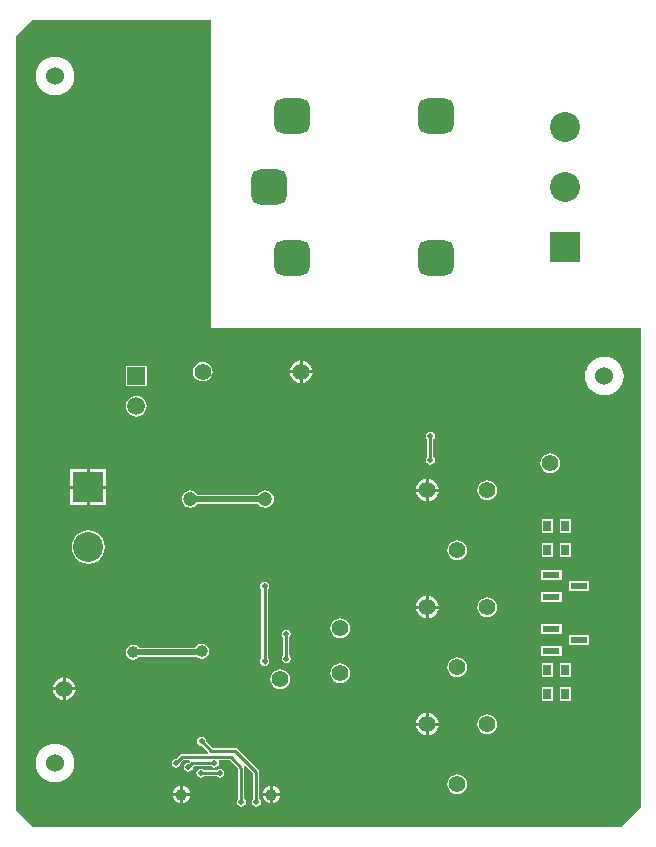
<source format=gbl>
G04*
G04 #@! TF.GenerationSoftware,Altium Limited,Altium Designer,21.6.1 (37)*
G04*
G04 Layer_Physical_Order=2*
G04 Layer_Color=16711680*
%FSLAX25Y25*%
%MOIN*%
G70*
G04*
G04 #@! TF.SameCoordinates,52293247-6156-4BB5-AEA0-72ABDA420298*
G04*
G04*
G04 #@! TF.FilePolarity,Positive*
G04*
G01*
G75*
%ADD10C,0.01000*%
%ADD14C,0.02000*%
%ADD43R,0.02756X0.03543*%
%ADD46C,0.03937*%
%ADD58C,0.05512*%
%ADD59R,0.05906X0.05906*%
%ADD60C,0.05906*%
%ADD61C,0.10000*%
%ADD62R,0.10000X0.10000*%
%ADD63C,0.06000*%
G04:AMPARAMS|DCode=64|XSize=118.11mil|YSize=118.11mil|CornerRadius=29.53mil|HoleSize=0mil|Usage=FLASHONLY|Rotation=0.000|XOffset=0mil|YOffset=0mil|HoleType=Round|Shape=RoundedRectangle|*
%AMROUNDEDRECTD64*
21,1,0.11811,0.05906,0,0,0.0*
21,1,0.05906,0.11811,0,0,0.0*
1,1,0.05906,0.02953,-0.02953*
1,1,0.05906,-0.02953,-0.02953*
1,1,0.05906,-0.02953,0.02953*
1,1,0.05906,0.02953,0.02953*
%
%ADD64ROUNDEDRECTD64*%
%ADD65C,0.04724*%
%ADD66C,0.01968*%
%ADD67R,0.05709X0.02362*%
G36*
X186000Y290000D02*
X329235D01*
X329235Y130482D01*
X322518Y123765D01*
X126301D01*
X120765Y129301D01*
X120765Y387219D01*
X126301Y392755D01*
X186000D01*
Y290000D01*
D02*
G37*
%LPC*%
G36*
X133858Y380436D02*
X132603Y380313D01*
X131395Y379946D01*
X130282Y379352D01*
X129307Y378551D01*
X128507Y377576D01*
X127912Y376463D01*
X127545Y375256D01*
X127422Y374000D01*
X127545Y372744D01*
X127912Y371537D01*
X128507Y370424D01*
X129307Y369449D01*
X130282Y368648D01*
X131395Y368054D01*
X132603Y367687D01*
X133858Y367564D01*
X135114Y367687D01*
X136321Y368054D01*
X137434Y368648D01*
X138410Y369449D01*
X139210Y370424D01*
X139805Y371537D01*
X140171Y372744D01*
X140295Y374000D01*
X140171Y375256D01*
X139805Y376463D01*
X139210Y377576D01*
X138410Y378551D01*
X137434Y379352D01*
X136321Y379946D01*
X135114Y380313D01*
X133858Y380436D01*
D02*
G37*
G36*
X216500Y279222D02*
Y276000D01*
X219723D01*
X219659Y276481D01*
X219281Y277394D01*
X218679Y278179D01*
X217894Y278781D01*
X216981Y279159D01*
X216500Y279222D01*
D02*
G37*
G36*
X215500D02*
X215019Y279159D01*
X214106Y278781D01*
X213321Y278179D01*
X212719Y277394D01*
X212341Y276481D01*
X212278Y276000D01*
X215500D01*
Y279222D01*
D02*
G37*
G36*
X183146Y278784D02*
X182296Y278672D01*
X181504Y278344D01*
X180824Y277822D01*
X180302Y277142D01*
X179974Y276350D01*
X179862Y275500D01*
X179974Y274650D01*
X180302Y273858D01*
X180824Y273178D01*
X181504Y272656D01*
X182296Y272328D01*
X183146Y272216D01*
X183996Y272328D01*
X184788Y272656D01*
X185468Y273178D01*
X185990Y273858D01*
X186318Y274650D01*
X186430Y275500D01*
X186318Y276350D01*
X185990Y277142D01*
X185468Y277822D01*
X184788Y278344D01*
X183996Y278672D01*
X183146Y278784D01*
D02*
G37*
G36*
X219723Y275000D02*
X216500D01*
Y271778D01*
X216981Y271841D01*
X217894Y272219D01*
X218679Y272821D01*
X219281Y273606D01*
X219659Y274519D01*
X219723Y275000D01*
D02*
G37*
G36*
X215500D02*
X212278D01*
X212341Y274519D01*
X212719Y273606D01*
X213321Y272821D01*
X214106Y272219D01*
X215019Y271841D01*
X215500Y271778D01*
Y275000D01*
D02*
G37*
G36*
X164453Y277453D02*
X157547D01*
Y270547D01*
X164453D01*
Y277453D01*
D02*
G37*
G36*
X317000Y280436D02*
X315744Y280313D01*
X314537Y279946D01*
X313424Y279352D01*
X312449Y278551D01*
X311648Y277576D01*
X311053Y276463D01*
X310687Y275256D01*
X310563Y274000D01*
X310687Y272744D01*
X311053Y271537D01*
X311648Y270424D01*
X312449Y269449D01*
X313424Y268648D01*
X314537Y268054D01*
X315744Y267687D01*
X317000Y267564D01*
X318256Y267687D01*
X319463Y268054D01*
X320576Y268648D01*
X321551Y269449D01*
X322352Y270424D01*
X322947Y271537D01*
X323313Y272744D01*
X323436Y274000D01*
X323313Y275256D01*
X322947Y276463D01*
X322352Y277576D01*
X321551Y278551D01*
X320576Y279352D01*
X319463Y279946D01*
X318256Y280313D01*
X317000Y280436D01*
D02*
G37*
G36*
X161000Y267482D02*
X160099Y267364D01*
X159259Y267016D01*
X158537Y266462D01*
X157984Y265741D01*
X157636Y264901D01*
X157518Y264000D01*
X157636Y263099D01*
X157984Y262259D01*
X158537Y261538D01*
X159259Y260984D01*
X160099Y260636D01*
X161000Y260518D01*
X161901Y260636D01*
X162741Y260984D01*
X163462Y261538D01*
X164016Y262259D01*
X164364Y263099D01*
X164482Y264000D01*
X164364Y264901D01*
X164016Y265741D01*
X163462Y266462D01*
X162741Y267016D01*
X161901Y267364D01*
X161000Y267482D01*
D02*
G37*
G36*
X259000Y255513D02*
X258421Y255398D01*
X257930Y255070D01*
X257602Y254579D01*
X257487Y254000D01*
X257602Y253421D01*
X257930Y252930D01*
X257980Y252896D01*
Y247104D01*
X257930Y247070D01*
X257602Y246579D01*
X257487Y246000D01*
X257602Y245421D01*
X257930Y244930D01*
X258421Y244602D01*
X259000Y244487D01*
X259579Y244602D01*
X260070Y244930D01*
X260398Y245421D01*
X260513Y246000D01*
X260398Y246579D01*
X260070Y247070D01*
X260020Y247104D01*
Y252896D01*
X260070Y252930D01*
X260398Y253421D01*
X260513Y254000D01*
X260398Y254579D01*
X260070Y255070D01*
X259579Y255398D01*
X259000Y255513D01*
D02*
G37*
G36*
X299000Y248284D02*
X298150Y248172D01*
X297358Y247844D01*
X296678Y247322D01*
X296156Y246642D01*
X295828Y245850D01*
X295716Y245000D01*
X295828Y244150D01*
X296156Y243358D01*
X296678Y242678D01*
X297358Y242156D01*
X298150Y241828D01*
X299000Y241716D01*
X299850Y241828D01*
X300642Y242156D01*
X301322Y242678D01*
X301844Y243358D01*
X302172Y244150D01*
X302284Y245000D01*
X302172Y245850D01*
X301844Y246642D01*
X301322Y247322D01*
X300642Y247844D01*
X299850Y248172D01*
X299000Y248284D01*
D02*
G37*
G36*
X150953Y243000D02*
X145453D01*
Y237500D01*
X150953D01*
Y243000D01*
D02*
G37*
G36*
X144453D02*
X138953D01*
Y237500D01*
X144453D01*
Y243000D01*
D02*
G37*
G36*
X258500Y239722D02*
Y236500D01*
X261722D01*
X261659Y236981D01*
X261281Y237894D01*
X260679Y238679D01*
X259894Y239281D01*
X258980Y239659D01*
X258500Y239722D01*
D02*
G37*
G36*
X257500D02*
X257019Y239659D01*
X256106Y239281D01*
X255321Y238679D01*
X254719Y237894D01*
X254341Y236981D01*
X254277Y236500D01*
X257500D01*
Y239722D01*
D02*
G37*
G36*
X204000Y235887D02*
X203253Y235788D01*
X202556Y235500D01*
X201959Y235041D01*
X201566Y234529D01*
X181434D01*
X181041Y235041D01*
X180444Y235500D01*
X179747Y235788D01*
X179000Y235887D01*
X178253Y235788D01*
X177557Y235500D01*
X176959Y235041D01*
X176500Y234443D01*
X176212Y233747D01*
X176113Y233000D01*
X176212Y232253D01*
X176500Y231557D01*
X176959Y230959D01*
X177557Y230500D01*
X178253Y230211D01*
X179000Y230113D01*
X179747Y230211D01*
X180444Y230500D01*
X181041Y230959D01*
X181434Y231471D01*
X201566D01*
X201959Y230959D01*
X202556Y230500D01*
X203253Y230211D01*
X204000Y230113D01*
X204747Y230211D01*
X205443Y230500D01*
X206041Y230959D01*
X206500Y231557D01*
X206788Y232253D01*
X206887Y233000D01*
X206788Y233747D01*
X206500Y234443D01*
X206041Y235041D01*
X205443Y235500D01*
X204747Y235788D01*
X204000Y235887D01*
D02*
G37*
G36*
X278000Y239284D02*
X277150Y239172D01*
X276358Y238844D01*
X275678Y238322D01*
X275156Y237642D01*
X274828Y236850D01*
X274716Y236000D01*
X274828Y235150D01*
X275156Y234358D01*
X275678Y233678D01*
X276358Y233156D01*
X277150Y232828D01*
X278000Y232716D01*
X278850Y232828D01*
X279642Y233156D01*
X280322Y233678D01*
X280844Y234358D01*
X281172Y235150D01*
X281284Y236000D01*
X281172Y236850D01*
X280844Y237642D01*
X280322Y238322D01*
X279642Y238844D01*
X278850Y239172D01*
X278000Y239284D01*
D02*
G37*
G36*
X261722Y235500D02*
X258500D01*
Y232277D01*
X258980Y232341D01*
X259894Y232719D01*
X260679Y233321D01*
X261281Y234106D01*
X261659Y235019D01*
X261722Y235500D01*
D02*
G37*
G36*
X257500D02*
X254277D01*
X254341Y235019D01*
X254719Y234106D01*
X255321Y233321D01*
X256106Y232719D01*
X257019Y232341D01*
X257500Y232277D01*
Y235500D01*
D02*
G37*
G36*
X150953Y236500D02*
X145453D01*
Y231000D01*
X150953D01*
Y236500D01*
D02*
G37*
G36*
X144453D02*
X138953D01*
Y231000D01*
X144453D01*
Y236500D01*
D02*
G37*
G36*
X305831Y226272D02*
X302075D01*
Y221728D01*
X305831D01*
Y226272D01*
D02*
G37*
G36*
X299925D02*
X296169D01*
Y221728D01*
X299925D01*
Y226272D01*
D02*
G37*
G36*
X305831Y218272D02*
X302075D01*
Y213728D01*
X305831D01*
Y218272D01*
D02*
G37*
G36*
X299925D02*
X296169D01*
Y213728D01*
X299925D01*
Y218272D01*
D02*
G37*
G36*
X268000Y219284D02*
X267150Y219172D01*
X266358Y218844D01*
X265678Y218322D01*
X265156Y217642D01*
X264828Y216850D01*
X264716Y216000D01*
X264828Y215150D01*
X265156Y214358D01*
X265678Y213678D01*
X266358Y213156D01*
X267150Y212828D01*
X268000Y212716D01*
X268850Y212828D01*
X269642Y213156D01*
X270322Y213678D01*
X270844Y214358D01*
X271172Y215150D01*
X271284Y216000D01*
X271172Y216850D01*
X270844Y217642D01*
X270322Y218322D01*
X269642Y218844D01*
X268850Y219172D01*
X268000Y219284D01*
D02*
G37*
G36*
X144953Y222548D02*
X143517Y222358D01*
X142179Y221804D01*
X141030Y220923D01*
X140148Y219774D01*
X139594Y218436D01*
X139405Y217000D01*
X139594Y215564D01*
X140148Y214226D01*
X141030Y213077D01*
X142179Y212196D01*
X143517Y211642D01*
X144953Y211453D01*
X146388Y211642D01*
X147727Y212196D01*
X148875Y213077D01*
X149757Y214226D01*
X150311Y215564D01*
X150500Y217000D01*
X150311Y218436D01*
X149757Y219774D01*
X148875Y220923D01*
X147727Y221804D01*
X146388Y222358D01*
X144953Y222548D01*
D02*
G37*
G36*
X302728Y209421D02*
X296020D01*
Y206059D01*
X302728D01*
Y209421D01*
D02*
G37*
G36*
X311980Y205681D02*
X305272D01*
Y202319D01*
X311980D01*
Y205681D01*
D02*
G37*
G36*
X302728Y201941D02*
X296020D01*
Y198579D01*
X302728D01*
Y201941D01*
D02*
G37*
G36*
X258500Y200723D02*
Y197500D01*
X261722D01*
X261659Y197980D01*
X261281Y198894D01*
X260679Y199679D01*
X259894Y200281D01*
X258980Y200659D01*
X258500Y200723D01*
D02*
G37*
G36*
X257500Y200723D02*
X257019Y200659D01*
X256106Y200281D01*
X255321Y199679D01*
X254719Y198894D01*
X254341Y197980D01*
X254277Y197500D01*
X257500D01*
Y200723D01*
D02*
G37*
G36*
X278000Y200284D02*
X277150Y200172D01*
X276358Y199844D01*
X275678Y199322D01*
X275156Y198642D01*
X274828Y197850D01*
X274716Y197000D01*
X274828Y196150D01*
X275156Y195358D01*
X275678Y194678D01*
X276358Y194156D01*
X277150Y193828D01*
X278000Y193716D01*
X278850Y193828D01*
X279642Y194156D01*
X280322Y194678D01*
X280844Y195358D01*
X281172Y196150D01*
X281284Y197000D01*
X281172Y197850D01*
X280844Y198642D01*
X280322Y199322D01*
X279642Y199844D01*
X278850Y200172D01*
X278000Y200284D01*
D02*
G37*
G36*
X261722Y196500D02*
X258500D01*
Y193278D01*
X258980Y193341D01*
X259894Y193719D01*
X260679Y194321D01*
X261281Y195106D01*
X261659Y196019D01*
X261722Y196500D01*
D02*
G37*
G36*
X257500D02*
X254277D01*
X254341Y196019D01*
X254719Y195106D01*
X255321Y194321D01*
X256106Y193719D01*
X257019Y193341D01*
X257500Y193278D01*
Y196500D01*
D02*
G37*
G36*
X302728Y191421D02*
X296020D01*
Y188059D01*
X302728D01*
Y191421D01*
D02*
G37*
G36*
X229000Y193284D02*
X228150Y193172D01*
X227358Y192844D01*
X226678Y192322D01*
X226156Y191642D01*
X225828Y190850D01*
X225716Y190000D01*
X225828Y189150D01*
X226156Y188358D01*
X226678Y187678D01*
X227358Y187156D01*
X228150Y186828D01*
X229000Y186716D01*
X229850Y186828D01*
X230642Y187156D01*
X231322Y187678D01*
X231844Y188358D01*
X232172Y189150D01*
X232284Y190000D01*
X232172Y190850D01*
X231844Y191642D01*
X231322Y192322D01*
X230642Y192844D01*
X229850Y193172D01*
X229000Y193284D01*
D02*
G37*
G36*
X311980Y187681D02*
X305272D01*
Y184319D01*
X311980D01*
Y187681D01*
D02*
G37*
G36*
X182768Y184777D02*
X181805Y184585D01*
X180988Y184039D01*
X180647Y183529D01*
X161947D01*
X161780Y183780D01*
X160963Y184325D01*
X160000Y184517D01*
X159037Y184325D01*
X158220Y183780D01*
X157675Y182963D01*
X157483Y182000D01*
X157675Y181037D01*
X158220Y180220D01*
X159037Y179675D01*
X160000Y179483D01*
X160963Y179675D01*
X161780Y180220D01*
X161947Y180471D01*
X181002D01*
X181805Y179935D01*
X182768Y179743D01*
X183731Y179935D01*
X184547Y180480D01*
X185093Y181297D01*
X185285Y182260D01*
X185093Y183223D01*
X184547Y184039D01*
X183731Y184585D01*
X182768Y184777D01*
D02*
G37*
G36*
X302728Y183941D02*
X296020D01*
Y180579D01*
X302728D01*
Y183941D01*
D02*
G37*
G36*
X210983Y189513D02*
X210404Y189398D01*
X209913Y189070D01*
X209585Y188579D01*
X209470Y188000D01*
X209585Y187421D01*
X209913Y186930D01*
X209964Y186896D01*
Y180935D01*
X209913Y180902D01*
X209585Y180411D01*
X209470Y179832D01*
X209585Y179252D01*
X209913Y178761D01*
X210404Y178433D01*
X210983Y178318D01*
X211562Y178433D01*
X212053Y178761D01*
X212381Y179252D01*
X212497Y179832D01*
X212381Y180411D01*
X212053Y180902D01*
X212003Y180935D01*
Y186896D01*
X212053Y186930D01*
X212381Y187421D01*
X212497Y188000D01*
X212381Y188579D01*
X212053Y189070D01*
X211562Y189398D01*
X210983Y189513D01*
D02*
G37*
G36*
X203720Y205472D02*
X203141Y205357D01*
X202650Y205029D01*
X202322Y204538D01*
X202206Y203959D01*
X202322Y203380D01*
X202650Y202888D01*
X202700Y202855D01*
Y180104D01*
X202650Y180070D01*
X202322Y179579D01*
X202206Y179000D01*
X202322Y178421D01*
X202650Y177930D01*
X202777Y177845D01*
X202778Y177843D01*
X202999Y177512D01*
X203330Y177291D01*
X203720Y177213D01*
X204110Y177291D01*
X204441Y177512D01*
X204662Y177843D01*
X204662Y177845D01*
X204790Y177930D01*
X205118Y178421D01*
X205233Y179000D01*
X205118Y179579D01*
X204790Y180070D01*
X204739Y180104D01*
Y202855D01*
X204790Y202888D01*
X205118Y203380D01*
X205233Y203959D01*
X205118Y204538D01*
X204790Y205029D01*
X204299Y205357D01*
X203720Y205472D01*
D02*
G37*
G36*
X305831Y178272D02*
X302075D01*
Y173728D01*
X305831D01*
Y178272D01*
D02*
G37*
G36*
X299925D02*
X296169D01*
Y173728D01*
X299925D01*
Y178272D01*
D02*
G37*
G36*
X268000Y180284D02*
X267150Y180172D01*
X266358Y179844D01*
X265678Y179322D01*
X265156Y178642D01*
X264828Y177850D01*
X264716Y177000D01*
X264828Y176150D01*
X265156Y175358D01*
X265678Y174678D01*
X266358Y174156D01*
X267150Y173828D01*
X268000Y173716D01*
X268850Y173828D01*
X269642Y174156D01*
X270322Y174678D01*
X270844Y175358D01*
X271172Y176150D01*
X271284Y177000D01*
X271172Y177850D01*
X270844Y178642D01*
X270322Y179322D01*
X269642Y179844D01*
X268850Y180172D01*
X268000Y180284D01*
D02*
G37*
G36*
X229000Y178284D02*
X228150Y178172D01*
X227358Y177844D01*
X226678Y177322D01*
X226156Y176642D01*
X225828Y175850D01*
X225716Y175000D01*
X225828Y174150D01*
X226156Y173358D01*
X226678Y172678D01*
X227358Y172156D01*
X228150Y171828D01*
X229000Y171716D01*
X229850Y171828D01*
X230642Y172156D01*
X231322Y172678D01*
X231844Y173358D01*
X232172Y174150D01*
X232284Y175000D01*
X232172Y175850D01*
X231844Y176642D01*
X231322Y177322D01*
X230642Y177844D01*
X229850Y178172D01*
X229000Y178284D01*
D02*
G37*
G36*
X137500Y173554D02*
Y170332D01*
X140723D01*
X140659Y170812D01*
X140281Y171726D01*
X139679Y172510D01*
X138894Y173112D01*
X137980Y173491D01*
X137500Y173554D01*
D02*
G37*
G36*
X136500D02*
X136020Y173491D01*
X135106Y173112D01*
X134321Y172510D01*
X133719Y171726D01*
X133341Y170812D01*
X133277Y170332D01*
X136500D01*
Y173554D01*
D02*
G37*
G36*
X209000Y176284D02*
X208150Y176172D01*
X207358Y175844D01*
X206678Y175322D01*
X206156Y174642D01*
X205828Y173850D01*
X205716Y173000D01*
X205828Y172150D01*
X206156Y171358D01*
X206678Y170678D01*
X207358Y170156D01*
X208150Y169828D01*
X209000Y169716D01*
X209850Y169828D01*
X210642Y170156D01*
X211322Y170678D01*
X211844Y171358D01*
X212172Y172150D01*
X212284Y173000D01*
X212172Y173850D01*
X211844Y174642D01*
X211322Y175322D01*
X210642Y175844D01*
X209850Y176172D01*
X209000Y176284D01*
D02*
G37*
G36*
X140723Y169332D02*
X137500D01*
Y166109D01*
X137980Y166172D01*
X138894Y166551D01*
X139679Y167153D01*
X140281Y167937D01*
X140659Y168851D01*
X140723Y169332D01*
D02*
G37*
G36*
X136500D02*
X133277D01*
X133341Y168851D01*
X133719Y167937D01*
X134321Y167153D01*
X135106Y166551D01*
X136020Y166172D01*
X136500Y166109D01*
Y169332D01*
D02*
G37*
G36*
X305831Y170272D02*
X302075D01*
Y165728D01*
X305831D01*
Y170272D01*
D02*
G37*
G36*
X299925D02*
X296169D01*
Y165728D01*
X299925D01*
Y170272D01*
D02*
G37*
G36*
X258500Y161723D02*
Y158500D01*
X261722D01*
X261659Y158981D01*
X261281Y159894D01*
X260679Y160679D01*
X259894Y161281D01*
X258980Y161659D01*
X258500Y161723D01*
D02*
G37*
G36*
X257500D02*
X257019Y161659D01*
X256106Y161281D01*
X255321Y160679D01*
X254719Y159894D01*
X254341Y158981D01*
X254277Y158500D01*
X257500D01*
Y161723D01*
D02*
G37*
G36*
X278000Y161284D02*
X277150Y161172D01*
X276358Y160844D01*
X275678Y160322D01*
X275156Y159642D01*
X274828Y158850D01*
X274716Y158000D01*
X274828Y157150D01*
X275156Y156358D01*
X275678Y155678D01*
X276358Y155156D01*
X277150Y154828D01*
X278000Y154716D01*
X278850Y154828D01*
X279642Y155156D01*
X280322Y155678D01*
X280844Y156358D01*
X281172Y157150D01*
X281284Y158000D01*
X281172Y158850D01*
X280844Y159642D01*
X280322Y160322D01*
X279642Y160844D01*
X278850Y161172D01*
X278000Y161284D01*
D02*
G37*
G36*
X261722Y157500D02*
X258500D01*
Y154278D01*
X258980Y154341D01*
X259894Y154719D01*
X260679Y155321D01*
X261281Y156106D01*
X261659Y157019D01*
X261722Y157500D01*
D02*
G37*
G36*
X257500D02*
X254277D01*
X254341Y157019D01*
X254719Y156106D01*
X255321Y155321D01*
X256106Y154719D01*
X257019Y154341D01*
X257500Y154278D01*
Y157500D01*
D02*
G37*
G36*
X182768Y153742D02*
X182189Y153627D01*
X181698Y153298D01*
X181370Y152807D01*
X181254Y152228D01*
X181370Y151649D01*
X181698Y151158D01*
X182189Y150830D01*
X182768Y150715D01*
X182827Y150727D01*
X185035Y148520D01*
X184827Y148020D01*
X176272D01*
X175882Y147942D01*
X175551Y147721D01*
X174330Y146501D01*
X174270Y146513D01*
X173691Y146397D01*
X173200Y146069D01*
X172872Y145578D01*
X172757Y144999D01*
X172872Y144420D01*
X173200Y143929D01*
X173691Y143601D01*
X174270Y143486D01*
X174849Y143601D01*
X175340Y143929D01*
X175669Y144420D01*
X175784Y144999D01*
X175772Y145058D01*
X176694Y145980D01*
X178520D01*
X178727Y145480D01*
X178390Y145143D01*
X178330Y145155D01*
X177751Y145040D01*
X177260Y144712D01*
X176932Y144221D01*
X176817Y143641D01*
X176932Y143062D01*
X177260Y142571D01*
X177751Y142243D01*
X178330Y142128D01*
X178909Y142243D01*
X179400Y142571D01*
X179728Y143062D01*
X179843Y143641D01*
X180201Y143980D01*
X185896D01*
X185930Y143930D01*
X186421Y143602D01*
X187000Y143487D01*
X187579Y143602D01*
X188070Y143930D01*
X188398Y144421D01*
X188513Y145000D01*
X188418Y145480D01*
X188686Y145980D01*
X192110D01*
X194980Y143110D01*
Y133104D01*
X194930Y133070D01*
X194602Y132579D01*
X194487Y132000D01*
X194602Y131421D01*
X194930Y130930D01*
X195421Y130602D01*
X196000Y130487D01*
X196579Y130602D01*
X197070Y130930D01*
X197398Y131421D01*
X197513Y132000D01*
X197398Y132579D01*
X197070Y133070D01*
X197020Y133104D01*
Y143532D01*
X196942Y143922D01*
X197358Y144201D01*
X199980Y141578D01*
Y133104D01*
X199930Y133070D01*
X199602Y132579D01*
X199487Y132000D01*
X199602Y131421D01*
X199930Y130930D01*
X200421Y130602D01*
X201000Y130487D01*
X201579Y130602D01*
X202070Y130930D01*
X202398Y131421D01*
X202513Y132000D01*
X202398Y132579D01*
X202070Y133070D01*
X202020Y133104D01*
Y142000D01*
X201942Y142390D01*
X201721Y142721D01*
X194721Y149721D01*
X194390Y149942D01*
X194000Y150020D01*
X186418D01*
X184269Y152169D01*
X184281Y152228D01*
X184166Y152807D01*
X183838Y153298D01*
X183347Y153627D01*
X182768Y153742D01*
D02*
G37*
G36*
X188848Y143171D02*
X188269Y143056D01*
X187778Y142728D01*
X187744Y142677D01*
X183612D01*
X183578Y142728D01*
X183087Y143056D01*
X182508Y143171D01*
X181929Y143056D01*
X181438Y142728D01*
X181110Y142237D01*
X180995Y141657D01*
X181110Y141078D01*
X181438Y140587D01*
X181929Y140259D01*
X182508Y140144D01*
X183087Y140259D01*
X183578Y140587D01*
X183612Y140638D01*
X187744D01*
X187778Y140587D01*
X188269Y140259D01*
X188848Y140144D01*
X189427Y140259D01*
X189918Y140587D01*
X190246Y141078D01*
X190361Y141657D01*
X190246Y142237D01*
X189918Y142728D01*
X189427Y143056D01*
X188848Y143171D01*
D02*
G37*
G36*
X133858Y151436D02*
X132603Y151313D01*
X131395Y150947D01*
X130282Y150352D01*
X129307Y149551D01*
X128507Y148576D01*
X127912Y147463D01*
X127545Y146256D01*
X127422Y145000D01*
X127545Y143744D01*
X127912Y142537D01*
X128507Y141424D01*
X129307Y140449D01*
X130282Y139648D01*
X131395Y139053D01*
X132603Y138687D01*
X133858Y138564D01*
X135114Y138687D01*
X136321Y139053D01*
X137434Y139648D01*
X138410Y140449D01*
X139210Y141424D01*
X139805Y142537D01*
X140171Y143744D01*
X140295Y145000D01*
X140171Y146256D01*
X139805Y147463D01*
X139210Y148576D01*
X138410Y149551D01*
X137434Y150352D01*
X136321Y150947D01*
X135114Y151313D01*
X133858Y151436D01*
D02*
G37*
G36*
X176500Y137428D02*
Y135000D01*
X178928D01*
X178892Y135275D01*
X178593Y135997D01*
X178117Y136617D01*
X177497Y137093D01*
X176775Y137392D01*
X176500Y137428D01*
D02*
G37*
G36*
X206500D02*
Y135000D01*
X208928D01*
X208892Y135275D01*
X208593Y135997D01*
X208117Y136617D01*
X207497Y137093D01*
X206775Y137392D01*
X206500Y137428D01*
D02*
G37*
G36*
X205500D02*
X205225Y137392D01*
X204503Y137093D01*
X203883Y136617D01*
X203407Y135997D01*
X203108Y135275D01*
X203072Y135000D01*
X205500D01*
Y137428D01*
D02*
G37*
G36*
X175500D02*
X175225Y137392D01*
X174503Y137093D01*
X173883Y136617D01*
X173407Y135997D01*
X173108Y135275D01*
X173072Y135000D01*
X175500D01*
Y137428D01*
D02*
G37*
G36*
X268000Y141284D02*
X267150Y141172D01*
X266358Y140844D01*
X265678Y140322D01*
X265156Y139642D01*
X264828Y138850D01*
X264716Y138000D01*
X264828Y137150D01*
X265156Y136358D01*
X265678Y135678D01*
X266358Y135156D01*
X267150Y134828D01*
X268000Y134716D01*
X268850Y134828D01*
X269642Y135156D01*
X270322Y135678D01*
X270844Y136358D01*
X271172Y137150D01*
X271284Y138000D01*
X271172Y138850D01*
X270844Y139642D01*
X270322Y140322D01*
X269642Y140844D01*
X268850Y141172D01*
X268000Y141284D01*
D02*
G37*
G36*
X178928Y134000D02*
X176500D01*
Y131572D01*
X176775Y131608D01*
X177497Y131907D01*
X178117Y132383D01*
X178593Y133003D01*
X178892Y133725D01*
X178928Y134000D01*
D02*
G37*
G36*
X208928D02*
X206500D01*
Y131572D01*
X206775Y131608D01*
X207497Y131907D01*
X208117Y132383D01*
X208593Y133003D01*
X208892Y133725D01*
X208928Y134000D01*
D02*
G37*
G36*
X205500D02*
X203072D01*
X203108Y133725D01*
X203407Y133003D01*
X203883Y132383D01*
X204503Y131907D01*
X205225Y131608D01*
X205500Y131572D01*
Y134000D01*
D02*
G37*
G36*
X175500D02*
X173072D01*
X173108Y133725D01*
X173407Y133003D01*
X173883Y132383D01*
X174503Y131907D01*
X175225Y131608D01*
X175500Y131572D01*
Y134000D01*
D02*
G37*
%LPD*%
D10*
X174271Y144999D02*
X176272Y147000D01*
X174270Y144999D02*
X174271D01*
X182768Y152228D02*
X185996Y149000D01*
X194000D01*
X201000Y142000D01*
X179689Y145000D02*
X187000D01*
X188710Y141657D02*
X188848Y141795D01*
X182508Y141657D02*
X188710D01*
X176272Y147000D02*
X192532D01*
X196000Y143532D01*
X178330Y143641D02*
X179689Y145000D01*
X196000Y132000D02*
Y143532D01*
X210983Y179832D02*
Y188000D01*
X203720Y178233D02*
Y179000D01*
Y203959D01*
X259000Y246000D02*
Y254000D01*
X201000Y132000D02*
Y142000D01*
D14*
X179000Y233000D02*
X204000D01*
X160000Y182000D02*
X182508D01*
X182768Y182260D01*
D43*
X303953Y168000D02*
D03*
X298047D02*
D03*
X303953Y176000D02*
D03*
X298047D02*
D03*
X303953Y216000D02*
D03*
X298047D02*
D03*
X303953Y224000D02*
D03*
X298047D02*
D03*
D46*
X176000Y134500D02*
D03*
X206000D02*
D03*
X182768Y182260D02*
D03*
X160000Y182000D02*
D03*
D58*
X268000Y177000D02*
D03*
X278000Y197000D02*
D03*
X258000D02*
D03*
X268000Y216000D02*
D03*
X278000Y236000D02*
D03*
X258000D02*
D03*
X268000Y138000D02*
D03*
X278000Y158000D02*
D03*
X258000D02*
D03*
X229000Y175000D02*
D03*
Y190000D02*
D03*
X183146Y275500D02*
D03*
X299000Y245000D02*
D03*
X209000Y173000D02*
D03*
X137000Y169832D02*
D03*
X216000Y275500D02*
D03*
D59*
X161000Y274000D02*
D03*
D60*
Y264000D02*
D03*
D61*
X304000Y357000D02*
D03*
Y337000D02*
D03*
X144953Y217000D02*
D03*
D62*
X304000Y317000D02*
D03*
X144953Y237000D02*
D03*
D63*
X317000Y274000D02*
D03*
X133858Y145000D02*
D03*
Y374000D02*
D03*
D64*
X261016Y360622D02*
D03*
Y313378D02*
D03*
X212984Y360622D02*
D03*
Y313378D02*
D03*
X205110Y337000D02*
D03*
D65*
X179000Y233000D02*
D03*
X204000D02*
D03*
D66*
X174270Y144999D02*
D03*
X182768Y152228D02*
D03*
X187000Y145000D02*
D03*
X188848Y141657D02*
D03*
X182508D02*
D03*
X178330Y143641D02*
D03*
X132000Y347272D02*
D03*
X203232Y167999D02*
D03*
X267078Y240627D02*
D03*
X294213Y175000D02*
D03*
X241539Y169417D02*
D03*
X251334Y138258D02*
D03*
X273334Y216627D02*
D03*
X276353Y183000D02*
D03*
X241571Y181627D02*
D03*
X210983Y179832D02*
D03*
Y188000D02*
D03*
X239000Y202000D02*
D03*
X241571Y220547D02*
D03*
X219657Y219962D02*
D03*
X204000D02*
D03*
X174272Y192145D02*
D03*
X160545Y189740D02*
D03*
X188021Y182000D02*
D03*
X188000Y179000D02*
D03*
X203720Y203959D02*
D03*
X167000Y196000D02*
D03*
X166500Y207876D02*
D03*
X176226D02*
D03*
X160279Y351000D02*
D03*
X169918Y316669D02*
D03*
X153237Y319139D02*
D03*
X159000Y317740D02*
D03*
X179126Y349142D02*
D03*
X188848Y219000D02*
D03*
X147000Y191701D02*
D03*
X163000Y149802D02*
D03*
X286000Y138582D02*
D03*
X259295Y284000D02*
D03*
X247220Y260347D02*
D03*
X140370Y296688D02*
D03*
X181000Y137000D02*
D03*
X179126Y270886D02*
D03*
X164763Y281000D02*
D03*
X188848Y257831D02*
D03*
X188828Y270346D02*
D03*
X175453Y286000D02*
D03*
X149047Y362351D02*
D03*
X162000Y336000D02*
D03*
Y328000D02*
D03*
X186606Y202700D02*
D03*
X202161Y287566D02*
D03*
X170512Y305000D02*
D03*
X203720Y179000D02*
D03*
X193000Y212000D02*
D03*
X183146Y249740D02*
D03*
X259000Y246000D02*
D03*
X187886Y168374D02*
D03*
X244000Y242000D02*
D03*
X150047Y252125D02*
D03*
X170823Y254000D02*
D03*
X221656Y256016D02*
D03*
X202161Y255080D02*
D03*
X135000Y334000D02*
D03*
Y340000D02*
D03*
Y329000D02*
D03*
X132000Y319139D02*
D03*
X164453Y296688D02*
D03*
X259000Y254000D02*
D03*
X210000Y212000D02*
D03*
X282000Y266114D02*
D03*
X263047D02*
D03*
X237784Y235953D02*
D03*
X302000Y234000D02*
D03*
X301000Y204000D02*
D03*
X294213Y163000D02*
D03*
X191532Y168374D02*
D03*
X191000Y137000D02*
D03*
X201000Y132000D02*
D03*
X196000D02*
D03*
X223325Y153500D02*
D03*
X230999Y164622D02*
D03*
D67*
X299374Y200260D02*
D03*
Y207740D02*
D03*
X308626Y204000D02*
D03*
X299374Y182260D02*
D03*
Y189740D02*
D03*
X308626Y186000D02*
D03*
M02*

</source>
